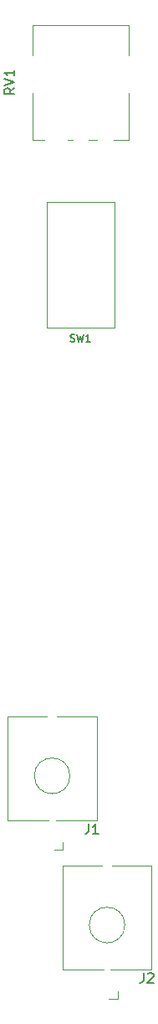
<source format=gto>
G04 #@! TF.GenerationSoftware,KiCad,Pcbnew,(5.1.10)-1*
G04 #@! TF.CreationDate,2021-10-06T14:43:23-05:00*
G04 #@! TF.ProjectId,Slew Limiter Board,536c6577-204c-4696-9d69-74657220426f,1.0*
G04 #@! TF.SameCoordinates,Original*
G04 #@! TF.FileFunction,Legend,Top*
G04 #@! TF.FilePolarity,Positive*
%FSLAX46Y46*%
G04 Gerber Fmt 4.6, Leading zero omitted, Abs format (unit mm)*
G04 Created by KiCad (PCBNEW (5.1.10)-1) date 2021-10-06 14:43:23*
%MOMM*%
%LPD*%
G01*
G04 APERTURE LIST*
%ADD10C,0.120000*%
%ADD11C,0.150000*%
%ADD12C,2.130000*%
%ADD13R,1.930000X1.830000*%
%ADD14R,1.800000X1.800000*%
%ADD15C,1.800000*%
%ADD16O,2.720000X3.240000*%
%ADD17O,1.600000X1.600000*%
%ADD18C,1.600000*%
%ADD19O,1.700000X1.700000*%
%ADD20R,1.700000X1.700000*%
%ADD21R,1.500000X1.500000*%
%ADD22O,1.500000X1.500000*%
%ADD23R,1.600000X1.600000*%
%ADD24O,2.400000X1.600000*%
%ADD25R,2.400000X1.600000*%
%ADD26C,3.100000*%
G04 APERTURE END LIST*
D10*
X148780000Y-140460000D02*
X147920000Y-140460000D01*
X148780000Y-140460000D02*
X148780000Y-139660000D01*
X149520000Y-132980000D02*
G75*
G03*
X149520000Y-132980000I-1800000J0D01*
G01*
X148070000Y-137480000D02*
X152220000Y-137480000D01*
X143220000Y-137480000D02*
X147370000Y-137480000D01*
X148220000Y-126980000D02*
X152220000Y-126980000D01*
X143220000Y-126980000D02*
X147220000Y-126980000D01*
X143220000Y-137480000D02*
X143220000Y-126980000D01*
X152220000Y-137480000D02*
X152220000Y-126980000D01*
X155452000Y-57126000D02*
X145712000Y-57126000D01*
X155452000Y-68716000D02*
X153962000Y-68716000D01*
X155452000Y-60186000D02*
X155452000Y-57126000D01*
X145702000Y-68716000D02*
X145702000Y-63996000D01*
X145712000Y-60186000D02*
X145712000Y-57126000D01*
X155452000Y-68716000D02*
X155452000Y-63996000D01*
X146892000Y-68716000D02*
X145712000Y-68716000D01*
X149792000Y-68716000D02*
X149262000Y-68716000D01*
X152242000Y-68716000D02*
X151412000Y-68716000D01*
X147155000Y-87725000D02*
X147155000Y-87715000D01*
X154005000Y-87725000D02*
X147155000Y-87725000D01*
X154005000Y-75035000D02*
X154005000Y-87725000D01*
X147145000Y-75025000D02*
X154005000Y-75025000D01*
X147145000Y-87725000D02*
X147145000Y-75025000D01*
X154340000Y-155530000D02*
X153480000Y-155530000D01*
X154340000Y-155530000D02*
X154340000Y-154730000D01*
X155080000Y-148050000D02*
G75*
G03*
X155080000Y-148050000I-1800000J0D01*
G01*
X153630000Y-152550000D02*
X157780000Y-152550000D01*
X148780000Y-152550000D02*
X152930000Y-152550000D01*
X153780000Y-142050000D02*
X157780000Y-142050000D01*
X148780000Y-142050000D02*
X152780000Y-142050000D01*
X148780000Y-152550000D02*
X148780000Y-142050000D01*
X157780000Y-152550000D02*
X157780000Y-142050000D01*
D11*
X151416666Y-137832380D02*
X151416666Y-138546666D01*
X151369047Y-138689523D01*
X151273809Y-138784761D01*
X151130952Y-138832380D01*
X151035714Y-138832380D01*
X152416666Y-138832380D02*
X151845238Y-138832380D01*
X152130952Y-138832380D02*
X152130952Y-137832380D01*
X152035714Y-137975238D01*
X151940476Y-138070476D01*
X151845238Y-138118095D01*
X143894380Y-63481238D02*
X143418190Y-63814571D01*
X143894380Y-64052666D02*
X142894380Y-64052666D01*
X142894380Y-63671714D01*
X142942000Y-63576476D01*
X142989619Y-63528857D01*
X143084857Y-63481238D01*
X143227714Y-63481238D01*
X143322952Y-63528857D01*
X143370571Y-63576476D01*
X143418190Y-63671714D01*
X143418190Y-64052666D01*
X142894380Y-63195523D02*
X143894380Y-62862190D01*
X142894380Y-62528857D01*
X143894380Y-61671714D02*
X143894380Y-62243142D01*
X143894380Y-61957428D02*
X142894380Y-61957428D01*
X143037238Y-62052666D01*
X143132476Y-62147904D01*
X143180095Y-62243142D01*
X149575000Y-89078571D02*
X149682142Y-89114285D01*
X149860714Y-89114285D01*
X149932142Y-89078571D01*
X149967857Y-89042857D01*
X150003571Y-88971428D01*
X150003571Y-88900000D01*
X149967857Y-88828571D01*
X149932142Y-88792857D01*
X149860714Y-88757142D01*
X149717857Y-88721428D01*
X149646428Y-88685714D01*
X149610714Y-88650000D01*
X149575000Y-88578571D01*
X149575000Y-88507142D01*
X149610714Y-88435714D01*
X149646428Y-88400000D01*
X149717857Y-88364285D01*
X149896428Y-88364285D01*
X150003571Y-88400000D01*
X150253571Y-88364285D02*
X150432142Y-89114285D01*
X150575000Y-88578571D01*
X150717857Y-89114285D01*
X150896428Y-88364285D01*
X151575000Y-89114285D02*
X151146428Y-89114285D01*
X151360714Y-89114285D02*
X151360714Y-88364285D01*
X151289285Y-88471428D01*
X151217857Y-88542857D01*
X151146428Y-88578571D01*
X156976666Y-152902380D02*
X156976666Y-153616666D01*
X156929047Y-153759523D01*
X156833809Y-153854761D01*
X156690952Y-153902380D01*
X156595714Y-153902380D01*
X157405238Y-152997619D02*
X157452857Y-152950000D01*
X157548095Y-152902380D01*
X157786190Y-152902380D01*
X157881428Y-152950000D01*
X157929047Y-152997619D01*
X157976666Y-153092857D01*
X157976666Y-153188095D01*
X157929047Y-153330952D01*
X157357619Y-153902380D01*
X157976666Y-153902380D01*
%LPC*%
D12*
X147720000Y-128060000D03*
D13*
X147720000Y-139460000D03*
D12*
X147720000Y-136360000D03*
D14*
X148082000Y-69596000D03*
D15*
X150582000Y-69596000D03*
X153082000Y-69596000D03*
D16*
X155382000Y-62096000D03*
X145782000Y-62096000D03*
D17*
X152500000Y-106160000D03*
D18*
X152500000Y-96000000D03*
X156750000Y-72750000D03*
X151750000Y-72750000D03*
X149000000Y-72750000D03*
X144000000Y-72750000D03*
D19*
X155410000Y-47040000D03*
X155410000Y-44500000D03*
X152870000Y-47040000D03*
X152870000Y-44500000D03*
X150330000Y-47040000D03*
X150330000Y-44500000D03*
X147790000Y-47040000D03*
X147790000Y-44500000D03*
X145250000Y-47040000D03*
D20*
X145250000Y-44500000D03*
D17*
X156250000Y-129340000D03*
D18*
X156250000Y-139500000D03*
D17*
X156750000Y-94500000D03*
D18*
X156750000Y-104660000D03*
D17*
X148000000Y-95840000D03*
D18*
X148000000Y-106000000D03*
D17*
X144000000Y-94590000D03*
D18*
X144000000Y-104750000D03*
D21*
X157500000Y-58120000D03*
D22*
X157500000Y-50500000D03*
D21*
X143500000Y-50500000D03*
D22*
X143500000Y-58120000D03*
X145750000Y-91620000D03*
D21*
X145750000Y-84000000D03*
D22*
X155250000Y-83880000D03*
D21*
X155250000Y-91500000D03*
D23*
X153500000Y-55250000D03*
D18*
X153500000Y-52750000D03*
D23*
X147500000Y-52750000D03*
D18*
X147500000Y-55250000D03*
X145000000Y-125250000D03*
D23*
X145000000Y-122750000D03*
D18*
X156000000Y-125250000D03*
D23*
X156000000Y-122750000D03*
D24*
X154370000Y-118000000D03*
X146750000Y-110380000D03*
X154370000Y-115460000D03*
X146750000Y-112920000D03*
X154370000Y-112920000D03*
X146750000Y-115460000D03*
X154370000Y-110380000D03*
D25*
X146750000Y-118000000D03*
D26*
X150575000Y-81375000D03*
X150575000Y-86075000D03*
X150575000Y-76675000D03*
D12*
X153280000Y-143130000D03*
D13*
X153280000Y-154530000D03*
D12*
X153280000Y-151430000D03*
M02*

</source>
